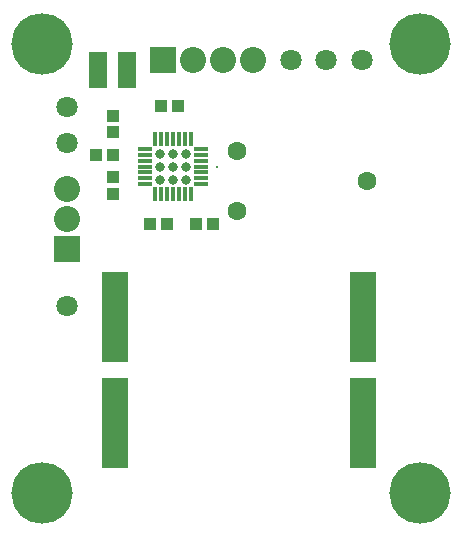
<source format=gts>
G04 Layer_Color=8388736*
%FSLAX44Y44*%
%MOMM*%
G71*
G01*
G75*
%ADD33R,2.2032X7.6032*%
%ADD34R,1.5500X3.1500*%
%ADD35R,1.0532X1.0532*%
%ADD36R,1.0532X1.0532*%
%ADD37R,1.2032X0.4532*%
%ADD38R,0.4532X1.2032*%
%ADD39C,5.2032*%
%ADD40C,2.2032*%
%ADD41R,2.2032X2.2032*%
%ADD42R,2.2032X2.2032*%
%ADD43C,1.8032*%
%ADD44C,1.6032*%
%ADD45C,0.3000*%
%ADD46C,0.8032*%
D33*
X102000Y99000D02*
D03*
X312000D02*
D03*
X102000Y188750D02*
D03*
X312000D02*
D03*
D34*
X112000Y398000D02*
D03*
X88000D02*
D03*
D35*
X132000Y267000D02*
D03*
X146000D02*
D03*
X185000D02*
D03*
X171000D02*
D03*
X100001Y326001D02*
D03*
X86001D02*
D03*
X141000Y367250D02*
D03*
X155000D02*
D03*
D36*
X100000Y293000D02*
D03*
Y307000D02*
D03*
Y359000D02*
D03*
Y345000D02*
D03*
D37*
X127500Y331000D02*
D03*
Y326000D02*
D03*
Y321000D02*
D03*
Y316000D02*
D03*
Y311000D02*
D03*
Y306000D02*
D03*
Y301000D02*
D03*
X174500D02*
D03*
Y306000D02*
D03*
Y311000D02*
D03*
Y316000D02*
D03*
Y321000D02*
D03*
Y326000D02*
D03*
Y331000D02*
D03*
D38*
X136000Y292500D02*
D03*
X141000D02*
D03*
X146000D02*
D03*
X151000D02*
D03*
X156000D02*
D03*
X161000D02*
D03*
X166000D02*
D03*
Y339500D02*
D03*
X161000D02*
D03*
X156000D02*
D03*
X151000D02*
D03*
X146000D02*
D03*
X141000D02*
D03*
X136000D02*
D03*
D39*
X360000Y40000D02*
D03*
X40000D02*
D03*
X360000Y420000D02*
D03*
X40000D02*
D03*
D40*
X193700Y406000D02*
D03*
X168300D02*
D03*
X219100D02*
D03*
X61000Y271400D02*
D03*
Y296800D02*
D03*
D41*
X142900Y406000D02*
D03*
D42*
X61000Y246000D02*
D03*
D43*
X251000Y406000D02*
D03*
X311000D02*
D03*
X61000Y366000D02*
D03*
X281000Y406000D02*
D03*
X61000Y336000D02*
D03*
Y198000D02*
D03*
D44*
X315250Y303750D02*
D03*
X205250Y328750D02*
D03*
Y278750D02*
D03*
D45*
X188000Y316000D02*
D03*
D46*
X151000D02*
D03*
X162000D02*
D03*
Y305000D02*
D03*
X151000D02*
D03*
X140000D02*
D03*
Y316000D02*
D03*
Y327000D02*
D03*
X151000D02*
D03*
X162000D02*
D03*
M02*

</source>
